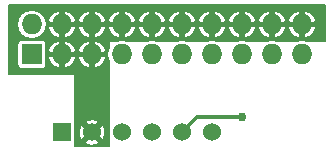
<source format=gbr>
G04 #@! TF.FileFunction,Copper,L2,Bot,Signal*
%FSLAX46Y46*%
G04 Gerber Fmt 4.6, Leading zero omitted, Abs format (unit mm)*
G04 Created by KiCad (PCBNEW 4.0.1-stable) date 6/16/2016 1:06:08 PM*
%MOMM*%
G01*
G04 APERTURE LIST*
%ADD10C,0.100000*%
%ADD11R,1.524000X1.524000*%
%ADD12C,1.524000*%
%ADD13R,1.727200X1.727200*%
%ADD14O,1.727200X1.727200*%
%ADD15C,0.762000*%
%ADD16C,0.304800*%
%ADD17C,0.203200*%
G04 APERTURE END LIST*
D10*
D11*
X8636000Y2032000D03*
D12*
X11176000Y2032000D03*
X13716000Y2032000D03*
X16256000Y2032000D03*
X18796000Y2032000D03*
X21336000Y2032000D03*
D13*
X6096000Y8636000D03*
D14*
X6096000Y11176000D03*
X8636000Y8636000D03*
X8636000Y11176000D03*
X11176000Y8636000D03*
X11176000Y11176000D03*
X13716000Y8636000D03*
X13716000Y11176000D03*
X16256000Y8636000D03*
X16256000Y11176000D03*
X18796000Y8636000D03*
X18796000Y11176000D03*
X21336000Y8636000D03*
X21336000Y11176000D03*
X23876000Y8636000D03*
X23876000Y11176000D03*
X26416000Y8636000D03*
X26416000Y11176000D03*
X28956000Y8636000D03*
X28956000Y11176000D03*
D15*
X23876000Y3302000D03*
D16*
X18796000Y2032000D02*
X20066000Y3302000D01*
X23368000Y3302000D02*
X23876000Y3302000D01*
X20066000Y3302000D02*
X23368000Y3302000D01*
D17*
G36*
X30886400Y9753600D02*
X29459615Y9753600D01*
X29446454Y9762394D01*
X28979886Y9855200D01*
X28932114Y9855200D01*
X28465546Y9762394D01*
X28452385Y9753600D01*
X26919615Y9753600D01*
X26906454Y9762394D01*
X26439886Y9855200D01*
X26392114Y9855200D01*
X25925546Y9762394D01*
X25912385Y9753600D01*
X24379615Y9753600D01*
X24366454Y9762394D01*
X23899886Y9855200D01*
X23852114Y9855200D01*
X23385546Y9762394D01*
X23372385Y9753600D01*
X21839615Y9753600D01*
X21826454Y9762394D01*
X21359886Y9855200D01*
X21312114Y9855200D01*
X20845546Y9762394D01*
X20832385Y9753600D01*
X19299615Y9753600D01*
X19286454Y9762394D01*
X18819886Y9855200D01*
X18772114Y9855200D01*
X18305546Y9762394D01*
X18292385Y9753600D01*
X16759615Y9753600D01*
X16746454Y9762394D01*
X16279886Y9855200D01*
X16232114Y9855200D01*
X15765546Y9762394D01*
X15752385Y9753600D01*
X14219615Y9753600D01*
X14206454Y9762394D01*
X13739886Y9855200D01*
X13692114Y9855200D01*
X13225546Y9762394D01*
X13212385Y9753600D01*
X12700000Y9753600D01*
X12660472Y9745595D01*
X12627172Y9722843D01*
X12605348Y9688927D01*
X12598400Y9652000D01*
X12598400Y9151477D01*
X12565720Y9102568D01*
X12472914Y8636000D01*
X12565720Y8169432D01*
X12598400Y8120523D01*
X12598400Y2032401D01*
X12598207Y1810671D01*
X12598400Y1810204D01*
X12598400Y863600D01*
X9753600Y863600D01*
X9753600Y1189211D01*
X10548738Y1189211D01*
X10635534Y1028833D01*
X11060570Y898367D01*
X11503179Y940487D01*
X11716466Y1028833D01*
X11803262Y1189211D01*
X11176000Y1816474D01*
X10548738Y1189211D01*
X9753600Y1189211D01*
X9753600Y1235601D01*
X9760566Y1270000D01*
X9760566Y2147430D01*
X10042367Y2147430D01*
X10084487Y1704821D01*
X10172833Y1491534D01*
X10333211Y1404738D01*
X10960474Y2032000D01*
X11391526Y2032000D01*
X12018789Y1404738D01*
X12179167Y1491534D01*
X12309633Y1916570D01*
X12267513Y2359179D01*
X12179167Y2572466D01*
X12018789Y2659262D01*
X11391526Y2032000D01*
X10960474Y2032000D01*
X10333211Y2659262D01*
X10172833Y2572466D01*
X10042367Y2147430D01*
X9760566Y2147430D01*
X9760566Y2794000D01*
X9753600Y2831020D01*
X9753600Y2874789D01*
X10548738Y2874789D01*
X11176000Y2247526D01*
X11803262Y2874789D01*
X11716466Y3035167D01*
X11291430Y3165633D01*
X10848821Y3123513D01*
X10635534Y3035167D01*
X10548738Y2874789D01*
X9753600Y2874789D01*
X9753600Y6858000D01*
X9745595Y6897528D01*
X9722843Y6930828D01*
X9688927Y6952652D01*
X9652000Y6959600D01*
X4165600Y6959600D01*
X4165600Y9499600D01*
X4869834Y9499600D01*
X4869834Y7772400D01*
X4894630Y7640623D01*
X4972510Y7519593D01*
X5091342Y7438399D01*
X5232400Y7409834D01*
X6959600Y7409834D01*
X7091377Y7434630D01*
X7212407Y7512510D01*
X7293601Y7631342D01*
X7322166Y7772400D01*
X7322166Y8296247D01*
X7465096Y8296247D01*
X7567792Y8048279D01*
X7874016Y7684231D01*
X8296245Y7465081D01*
X8483600Y7515248D01*
X8483600Y8483600D01*
X8788400Y8483600D01*
X8788400Y7515248D01*
X8975755Y7465081D01*
X9397984Y7684231D01*
X9704208Y8048279D01*
X9806904Y8296247D01*
X10005096Y8296247D01*
X10107792Y8048279D01*
X10414016Y7684231D01*
X10836245Y7465081D01*
X11023600Y7515248D01*
X11023600Y8483600D01*
X11328400Y8483600D01*
X11328400Y7515248D01*
X11515755Y7465081D01*
X11937984Y7684231D01*
X12244208Y8048279D01*
X12346904Y8296247D01*
X12295979Y8483600D01*
X11328400Y8483600D01*
X11023600Y8483600D01*
X10056021Y8483600D01*
X10005096Y8296247D01*
X9806904Y8296247D01*
X9755979Y8483600D01*
X8788400Y8483600D01*
X8483600Y8483600D01*
X7516021Y8483600D01*
X7465096Y8296247D01*
X7322166Y8296247D01*
X7322166Y8975753D01*
X7465096Y8975753D01*
X7516021Y8788400D01*
X8483600Y8788400D01*
X8483600Y9756752D01*
X8788400Y9756752D01*
X8788400Y8788400D01*
X9755979Y8788400D01*
X9806904Y8975753D01*
X10005096Y8975753D01*
X10056021Y8788400D01*
X11023600Y8788400D01*
X11023600Y9756752D01*
X11328400Y9756752D01*
X11328400Y8788400D01*
X12295979Y8788400D01*
X12346904Y8975753D01*
X12244208Y9223721D01*
X11937984Y9587769D01*
X11515755Y9806919D01*
X11328400Y9756752D01*
X11023600Y9756752D01*
X10836245Y9806919D01*
X10414016Y9587769D01*
X10107792Y9223721D01*
X10005096Y8975753D01*
X9806904Y8975753D01*
X9704208Y9223721D01*
X9397984Y9587769D01*
X8975755Y9806919D01*
X8788400Y9756752D01*
X8483600Y9756752D01*
X8296245Y9806919D01*
X7874016Y9587769D01*
X7567792Y9223721D01*
X7465096Y8975753D01*
X7322166Y8975753D01*
X7322166Y9499600D01*
X7297370Y9631377D01*
X7219490Y9752407D01*
X7100658Y9833601D01*
X6959600Y9862166D01*
X5232400Y9862166D01*
X5100623Y9837370D01*
X4979593Y9759490D01*
X4898399Y9640658D01*
X4869834Y9499600D01*
X4165600Y9499600D01*
X4165600Y11176000D01*
X4852914Y11176000D01*
X4945720Y10709432D01*
X5210009Y10313895D01*
X5605546Y10049606D01*
X6072114Y9956800D01*
X6119886Y9956800D01*
X6586454Y10049606D01*
X6981991Y10313895D01*
X7246280Y10709432D01*
X7271505Y10836247D01*
X7465096Y10836247D01*
X7567792Y10588279D01*
X7874016Y10224231D01*
X8296245Y10005081D01*
X8483600Y10055248D01*
X8483600Y11023600D01*
X8788400Y11023600D01*
X8788400Y10055248D01*
X8975755Y10005081D01*
X9397984Y10224231D01*
X9704208Y10588279D01*
X9806904Y10836247D01*
X10005096Y10836247D01*
X10107792Y10588279D01*
X10414016Y10224231D01*
X10836245Y10005081D01*
X11023600Y10055248D01*
X11023600Y11023600D01*
X11328400Y11023600D01*
X11328400Y10055248D01*
X11515755Y10005081D01*
X11937984Y10224231D01*
X12244208Y10588279D01*
X12346904Y10836247D01*
X12545096Y10836247D01*
X12647792Y10588279D01*
X12954016Y10224231D01*
X13376245Y10005081D01*
X13563600Y10055248D01*
X13563600Y11023600D01*
X13868400Y11023600D01*
X13868400Y10055248D01*
X14055755Y10005081D01*
X14477984Y10224231D01*
X14784208Y10588279D01*
X14886904Y10836247D01*
X15085096Y10836247D01*
X15187792Y10588279D01*
X15494016Y10224231D01*
X15916245Y10005081D01*
X16103600Y10055248D01*
X16103600Y11023600D01*
X16408400Y11023600D01*
X16408400Y10055248D01*
X16595755Y10005081D01*
X17017984Y10224231D01*
X17324208Y10588279D01*
X17426904Y10836247D01*
X17625096Y10836247D01*
X17727792Y10588279D01*
X18034016Y10224231D01*
X18456245Y10005081D01*
X18643600Y10055248D01*
X18643600Y11023600D01*
X18948400Y11023600D01*
X18948400Y10055248D01*
X19135755Y10005081D01*
X19557984Y10224231D01*
X19864208Y10588279D01*
X19966904Y10836247D01*
X20165096Y10836247D01*
X20267792Y10588279D01*
X20574016Y10224231D01*
X20996245Y10005081D01*
X21183600Y10055248D01*
X21183600Y11023600D01*
X21488400Y11023600D01*
X21488400Y10055248D01*
X21675755Y10005081D01*
X22097984Y10224231D01*
X22404208Y10588279D01*
X22506904Y10836247D01*
X22705096Y10836247D01*
X22807792Y10588279D01*
X23114016Y10224231D01*
X23536245Y10005081D01*
X23723600Y10055248D01*
X23723600Y11023600D01*
X24028400Y11023600D01*
X24028400Y10055248D01*
X24215755Y10005081D01*
X24637984Y10224231D01*
X24944208Y10588279D01*
X25046904Y10836247D01*
X25245096Y10836247D01*
X25347792Y10588279D01*
X25654016Y10224231D01*
X26076245Y10005081D01*
X26263600Y10055248D01*
X26263600Y11023600D01*
X26568400Y11023600D01*
X26568400Y10055248D01*
X26755755Y10005081D01*
X27177984Y10224231D01*
X27484208Y10588279D01*
X27586904Y10836247D01*
X27785096Y10836247D01*
X27887792Y10588279D01*
X28194016Y10224231D01*
X28616245Y10005081D01*
X28803600Y10055248D01*
X28803600Y11023600D01*
X29108400Y11023600D01*
X29108400Y10055248D01*
X29295755Y10005081D01*
X29717984Y10224231D01*
X30024208Y10588279D01*
X30126904Y10836247D01*
X30075979Y11023600D01*
X29108400Y11023600D01*
X28803600Y11023600D01*
X27836021Y11023600D01*
X27785096Y10836247D01*
X27586904Y10836247D01*
X27535979Y11023600D01*
X26568400Y11023600D01*
X26263600Y11023600D01*
X25296021Y11023600D01*
X25245096Y10836247D01*
X25046904Y10836247D01*
X24995979Y11023600D01*
X24028400Y11023600D01*
X23723600Y11023600D01*
X22756021Y11023600D01*
X22705096Y10836247D01*
X22506904Y10836247D01*
X22455979Y11023600D01*
X21488400Y11023600D01*
X21183600Y11023600D01*
X20216021Y11023600D01*
X20165096Y10836247D01*
X19966904Y10836247D01*
X19915979Y11023600D01*
X18948400Y11023600D01*
X18643600Y11023600D01*
X17676021Y11023600D01*
X17625096Y10836247D01*
X17426904Y10836247D01*
X17375979Y11023600D01*
X16408400Y11023600D01*
X16103600Y11023600D01*
X15136021Y11023600D01*
X15085096Y10836247D01*
X14886904Y10836247D01*
X14835979Y11023600D01*
X13868400Y11023600D01*
X13563600Y11023600D01*
X12596021Y11023600D01*
X12545096Y10836247D01*
X12346904Y10836247D01*
X12295979Y11023600D01*
X11328400Y11023600D01*
X11023600Y11023600D01*
X10056021Y11023600D01*
X10005096Y10836247D01*
X9806904Y10836247D01*
X9755979Y11023600D01*
X8788400Y11023600D01*
X8483600Y11023600D01*
X7516021Y11023600D01*
X7465096Y10836247D01*
X7271505Y10836247D01*
X7339086Y11176000D01*
X7271506Y11515753D01*
X7465096Y11515753D01*
X7516021Y11328400D01*
X8483600Y11328400D01*
X8483600Y12296752D01*
X8788400Y12296752D01*
X8788400Y11328400D01*
X9755979Y11328400D01*
X9806904Y11515753D01*
X10005096Y11515753D01*
X10056021Y11328400D01*
X11023600Y11328400D01*
X11023600Y12296752D01*
X11328400Y12296752D01*
X11328400Y11328400D01*
X12295979Y11328400D01*
X12346904Y11515753D01*
X12545096Y11515753D01*
X12596021Y11328400D01*
X13563600Y11328400D01*
X13563600Y12296752D01*
X13868400Y12296752D01*
X13868400Y11328400D01*
X14835979Y11328400D01*
X14886904Y11515753D01*
X15085096Y11515753D01*
X15136021Y11328400D01*
X16103600Y11328400D01*
X16103600Y12296752D01*
X16408400Y12296752D01*
X16408400Y11328400D01*
X17375979Y11328400D01*
X17426904Y11515753D01*
X17625096Y11515753D01*
X17676021Y11328400D01*
X18643600Y11328400D01*
X18643600Y12296752D01*
X18948400Y12296752D01*
X18948400Y11328400D01*
X19915979Y11328400D01*
X19966904Y11515753D01*
X20165096Y11515753D01*
X20216021Y11328400D01*
X21183600Y11328400D01*
X21183600Y12296752D01*
X21488400Y12296752D01*
X21488400Y11328400D01*
X22455979Y11328400D01*
X22506904Y11515753D01*
X22705096Y11515753D01*
X22756021Y11328400D01*
X23723600Y11328400D01*
X23723600Y12296752D01*
X24028400Y12296752D01*
X24028400Y11328400D01*
X24995979Y11328400D01*
X25046904Y11515753D01*
X25245096Y11515753D01*
X25296021Y11328400D01*
X26263600Y11328400D01*
X26263600Y12296752D01*
X26568400Y12296752D01*
X26568400Y11328400D01*
X27535979Y11328400D01*
X27586904Y11515753D01*
X27785096Y11515753D01*
X27836021Y11328400D01*
X28803600Y11328400D01*
X28803600Y12296752D01*
X29108400Y12296752D01*
X29108400Y11328400D01*
X30075979Y11328400D01*
X30126904Y11515753D01*
X30024208Y11763721D01*
X29717984Y12127769D01*
X29295755Y12346919D01*
X29108400Y12296752D01*
X28803600Y12296752D01*
X28616245Y12346919D01*
X28194016Y12127769D01*
X27887792Y11763721D01*
X27785096Y11515753D01*
X27586904Y11515753D01*
X27484208Y11763721D01*
X27177984Y12127769D01*
X26755755Y12346919D01*
X26568400Y12296752D01*
X26263600Y12296752D01*
X26076245Y12346919D01*
X25654016Y12127769D01*
X25347792Y11763721D01*
X25245096Y11515753D01*
X25046904Y11515753D01*
X24944208Y11763721D01*
X24637984Y12127769D01*
X24215755Y12346919D01*
X24028400Y12296752D01*
X23723600Y12296752D01*
X23536245Y12346919D01*
X23114016Y12127769D01*
X22807792Y11763721D01*
X22705096Y11515753D01*
X22506904Y11515753D01*
X22404208Y11763721D01*
X22097984Y12127769D01*
X21675755Y12346919D01*
X21488400Y12296752D01*
X21183600Y12296752D01*
X20996245Y12346919D01*
X20574016Y12127769D01*
X20267792Y11763721D01*
X20165096Y11515753D01*
X19966904Y11515753D01*
X19864208Y11763721D01*
X19557984Y12127769D01*
X19135755Y12346919D01*
X18948400Y12296752D01*
X18643600Y12296752D01*
X18456245Y12346919D01*
X18034016Y12127769D01*
X17727792Y11763721D01*
X17625096Y11515753D01*
X17426904Y11515753D01*
X17324208Y11763721D01*
X17017984Y12127769D01*
X16595755Y12346919D01*
X16408400Y12296752D01*
X16103600Y12296752D01*
X15916245Y12346919D01*
X15494016Y12127769D01*
X15187792Y11763721D01*
X15085096Y11515753D01*
X14886904Y11515753D01*
X14784208Y11763721D01*
X14477984Y12127769D01*
X14055755Y12346919D01*
X13868400Y12296752D01*
X13563600Y12296752D01*
X13376245Y12346919D01*
X12954016Y12127769D01*
X12647792Y11763721D01*
X12545096Y11515753D01*
X12346904Y11515753D01*
X12244208Y11763721D01*
X11937984Y12127769D01*
X11515755Y12346919D01*
X11328400Y12296752D01*
X11023600Y12296752D01*
X10836245Y12346919D01*
X10414016Y12127769D01*
X10107792Y11763721D01*
X10005096Y11515753D01*
X9806904Y11515753D01*
X9704208Y11763721D01*
X9397984Y12127769D01*
X8975755Y12346919D01*
X8788400Y12296752D01*
X8483600Y12296752D01*
X8296245Y12346919D01*
X7874016Y12127769D01*
X7567792Y11763721D01*
X7465096Y11515753D01*
X7271506Y11515753D01*
X7246280Y11642568D01*
X6981991Y12038105D01*
X6586454Y12302394D01*
X6119886Y12395200D01*
X6072114Y12395200D01*
X5605546Y12302394D01*
X5210009Y12038105D01*
X4945720Y11642568D01*
X4852914Y11176000D01*
X4165600Y11176000D01*
X4165600Y12852400D01*
X30886400Y12852400D01*
X30886400Y9753600D01*
X30886400Y9753600D01*
G37*
X30886400Y9753600D02*
X29459615Y9753600D01*
X29446454Y9762394D01*
X28979886Y9855200D01*
X28932114Y9855200D01*
X28465546Y9762394D01*
X28452385Y9753600D01*
X26919615Y9753600D01*
X26906454Y9762394D01*
X26439886Y9855200D01*
X26392114Y9855200D01*
X25925546Y9762394D01*
X25912385Y9753600D01*
X24379615Y9753600D01*
X24366454Y9762394D01*
X23899886Y9855200D01*
X23852114Y9855200D01*
X23385546Y9762394D01*
X23372385Y9753600D01*
X21839615Y9753600D01*
X21826454Y9762394D01*
X21359886Y9855200D01*
X21312114Y9855200D01*
X20845546Y9762394D01*
X20832385Y9753600D01*
X19299615Y9753600D01*
X19286454Y9762394D01*
X18819886Y9855200D01*
X18772114Y9855200D01*
X18305546Y9762394D01*
X18292385Y9753600D01*
X16759615Y9753600D01*
X16746454Y9762394D01*
X16279886Y9855200D01*
X16232114Y9855200D01*
X15765546Y9762394D01*
X15752385Y9753600D01*
X14219615Y9753600D01*
X14206454Y9762394D01*
X13739886Y9855200D01*
X13692114Y9855200D01*
X13225546Y9762394D01*
X13212385Y9753600D01*
X12700000Y9753600D01*
X12660472Y9745595D01*
X12627172Y9722843D01*
X12605348Y9688927D01*
X12598400Y9652000D01*
X12598400Y9151477D01*
X12565720Y9102568D01*
X12472914Y8636000D01*
X12565720Y8169432D01*
X12598400Y8120523D01*
X12598400Y2032401D01*
X12598207Y1810671D01*
X12598400Y1810204D01*
X12598400Y863600D01*
X9753600Y863600D01*
X9753600Y1189211D01*
X10548738Y1189211D01*
X10635534Y1028833D01*
X11060570Y898367D01*
X11503179Y940487D01*
X11716466Y1028833D01*
X11803262Y1189211D01*
X11176000Y1816474D01*
X10548738Y1189211D01*
X9753600Y1189211D01*
X9753600Y1235601D01*
X9760566Y1270000D01*
X9760566Y2147430D01*
X10042367Y2147430D01*
X10084487Y1704821D01*
X10172833Y1491534D01*
X10333211Y1404738D01*
X10960474Y2032000D01*
X11391526Y2032000D01*
X12018789Y1404738D01*
X12179167Y1491534D01*
X12309633Y1916570D01*
X12267513Y2359179D01*
X12179167Y2572466D01*
X12018789Y2659262D01*
X11391526Y2032000D01*
X10960474Y2032000D01*
X10333211Y2659262D01*
X10172833Y2572466D01*
X10042367Y2147430D01*
X9760566Y2147430D01*
X9760566Y2794000D01*
X9753600Y2831020D01*
X9753600Y2874789D01*
X10548738Y2874789D01*
X11176000Y2247526D01*
X11803262Y2874789D01*
X11716466Y3035167D01*
X11291430Y3165633D01*
X10848821Y3123513D01*
X10635534Y3035167D01*
X10548738Y2874789D01*
X9753600Y2874789D01*
X9753600Y6858000D01*
X9745595Y6897528D01*
X9722843Y6930828D01*
X9688927Y6952652D01*
X9652000Y6959600D01*
X4165600Y6959600D01*
X4165600Y9499600D01*
X4869834Y9499600D01*
X4869834Y7772400D01*
X4894630Y7640623D01*
X4972510Y7519593D01*
X5091342Y7438399D01*
X5232400Y7409834D01*
X6959600Y7409834D01*
X7091377Y7434630D01*
X7212407Y7512510D01*
X7293601Y7631342D01*
X7322166Y7772400D01*
X7322166Y8296247D01*
X7465096Y8296247D01*
X7567792Y8048279D01*
X7874016Y7684231D01*
X8296245Y7465081D01*
X8483600Y7515248D01*
X8483600Y8483600D01*
X8788400Y8483600D01*
X8788400Y7515248D01*
X8975755Y7465081D01*
X9397984Y7684231D01*
X9704208Y8048279D01*
X9806904Y8296247D01*
X10005096Y8296247D01*
X10107792Y8048279D01*
X10414016Y7684231D01*
X10836245Y7465081D01*
X11023600Y7515248D01*
X11023600Y8483600D01*
X11328400Y8483600D01*
X11328400Y7515248D01*
X11515755Y7465081D01*
X11937984Y7684231D01*
X12244208Y8048279D01*
X12346904Y8296247D01*
X12295979Y8483600D01*
X11328400Y8483600D01*
X11023600Y8483600D01*
X10056021Y8483600D01*
X10005096Y8296247D01*
X9806904Y8296247D01*
X9755979Y8483600D01*
X8788400Y8483600D01*
X8483600Y8483600D01*
X7516021Y8483600D01*
X7465096Y8296247D01*
X7322166Y8296247D01*
X7322166Y8975753D01*
X7465096Y8975753D01*
X7516021Y8788400D01*
X8483600Y8788400D01*
X8483600Y9756752D01*
X8788400Y9756752D01*
X8788400Y8788400D01*
X9755979Y8788400D01*
X9806904Y8975753D01*
X10005096Y8975753D01*
X10056021Y8788400D01*
X11023600Y8788400D01*
X11023600Y9756752D01*
X11328400Y9756752D01*
X11328400Y8788400D01*
X12295979Y8788400D01*
X12346904Y8975753D01*
X12244208Y9223721D01*
X11937984Y9587769D01*
X11515755Y9806919D01*
X11328400Y9756752D01*
X11023600Y9756752D01*
X10836245Y9806919D01*
X10414016Y9587769D01*
X10107792Y9223721D01*
X10005096Y8975753D01*
X9806904Y8975753D01*
X9704208Y9223721D01*
X9397984Y9587769D01*
X8975755Y9806919D01*
X8788400Y9756752D01*
X8483600Y9756752D01*
X8296245Y9806919D01*
X7874016Y9587769D01*
X7567792Y9223721D01*
X7465096Y8975753D01*
X7322166Y8975753D01*
X7322166Y9499600D01*
X7297370Y9631377D01*
X7219490Y9752407D01*
X7100658Y9833601D01*
X6959600Y9862166D01*
X5232400Y9862166D01*
X5100623Y9837370D01*
X4979593Y9759490D01*
X4898399Y9640658D01*
X4869834Y9499600D01*
X4165600Y9499600D01*
X4165600Y11176000D01*
X4852914Y11176000D01*
X4945720Y10709432D01*
X5210009Y10313895D01*
X5605546Y10049606D01*
X6072114Y9956800D01*
X6119886Y9956800D01*
X6586454Y10049606D01*
X6981991Y10313895D01*
X7246280Y10709432D01*
X7271505Y10836247D01*
X7465096Y10836247D01*
X7567792Y10588279D01*
X7874016Y10224231D01*
X8296245Y10005081D01*
X8483600Y10055248D01*
X8483600Y11023600D01*
X8788400Y11023600D01*
X8788400Y10055248D01*
X8975755Y10005081D01*
X9397984Y10224231D01*
X9704208Y10588279D01*
X9806904Y10836247D01*
X10005096Y10836247D01*
X10107792Y10588279D01*
X10414016Y10224231D01*
X10836245Y10005081D01*
X11023600Y10055248D01*
X11023600Y11023600D01*
X11328400Y11023600D01*
X11328400Y10055248D01*
X11515755Y10005081D01*
X11937984Y10224231D01*
X12244208Y10588279D01*
X12346904Y10836247D01*
X12545096Y10836247D01*
X12647792Y10588279D01*
X12954016Y10224231D01*
X13376245Y10005081D01*
X13563600Y10055248D01*
X13563600Y11023600D01*
X13868400Y11023600D01*
X13868400Y10055248D01*
X14055755Y10005081D01*
X14477984Y10224231D01*
X14784208Y10588279D01*
X14886904Y10836247D01*
X15085096Y10836247D01*
X15187792Y10588279D01*
X15494016Y10224231D01*
X15916245Y10005081D01*
X16103600Y10055248D01*
X16103600Y11023600D01*
X16408400Y11023600D01*
X16408400Y10055248D01*
X16595755Y10005081D01*
X17017984Y10224231D01*
X17324208Y10588279D01*
X17426904Y10836247D01*
X17625096Y10836247D01*
X17727792Y10588279D01*
X18034016Y10224231D01*
X18456245Y10005081D01*
X18643600Y10055248D01*
X18643600Y11023600D01*
X18948400Y11023600D01*
X18948400Y10055248D01*
X19135755Y10005081D01*
X19557984Y10224231D01*
X19864208Y10588279D01*
X19966904Y10836247D01*
X20165096Y10836247D01*
X20267792Y10588279D01*
X20574016Y10224231D01*
X20996245Y10005081D01*
X21183600Y10055248D01*
X21183600Y11023600D01*
X21488400Y11023600D01*
X21488400Y10055248D01*
X21675755Y10005081D01*
X22097984Y10224231D01*
X22404208Y10588279D01*
X22506904Y10836247D01*
X22705096Y10836247D01*
X22807792Y10588279D01*
X23114016Y10224231D01*
X23536245Y10005081D01*
X23723600Y10055248D01*
X23723600Y11023600D01*
X24028400Y11023600D01*
X24028400Y10055248D01*
X24215755Y10005081D01*
X24637984Y10224231D01*
X24944208Y10588279D01*
X25046904Y10836247D01*
X25245096Y10836247D01*
X25347792Y10588279D01*
X25654016Y10224231D01*
X26076245Y10005081D01*
X26263600Y10055248D01*
X26263600Y11023600D01*
X26568400Y11023600D01*
X26568400Y10055248D01*
X26755755Y10005081D01*
X27177984Y10224231D01*
X27484208Y10588279D01*
X27586904Y10836247D01*
X27785096Y10836247D01*
X27887792Y10588279D01*
X28194016Y10224231D01*
X28616245Y10005081D01*
X28803600Y10055248D01*
X28803600Y11023600D01*
X29108400Y11023600D01*
X29108400Y10055248D01*
X29295755Y10005081D01*
X29717984Y10224231D01*
X30024208Y10588279D01*
X30126904Y10836247D01*
X30075979Y11023600D01*
X29108400Y11023600D01*
X28803600Y11023600D01*
X27836021Y11023600D01*
X27785096Y10836247D01*
X27586904Y10836247D01*
X27535979Y11023600D01*
X26568400Y11023600D01*
X26263600Y11023600D01*
X25296021Y11023600D01*
X25245096Y10836247D01*
X25046904Y10836247D01*
X24995979Y11023600D01*
X24028400Y11023600D01*
X23723600Y11023600D01*
X22756021Y11023600D01*
X22705096Y10836247D01*
X22506904Y10836247D01*
X22455979Y11023600D01*
X21488400Y11023600D01*
X21183600Y11023600D01*
X20216021Y11023600D01*
X20165096Y10836247D01*
X19966904Y10836247D01*
X19915979Y11023600D01*
X18948400Y11023600D01*
X18643600Y11023600D01*
X17676021Y11023600D01*
X17625096Y10836247D01*
X17426904Y10836247D01*
X17375979Y11023600D01*
X16408400Y11023600D01*
X16103600Y11023600D01*
X15136021Y11023600D01*
X15085096Y10836247D01*
X14886904Y10836247D01*
X14835979Y11023600D01*
X13868400Y11023600D01*
X13563600Y11023600D01*
X12596021Y11023600D01*
X12545096Y10836247D01*
X12346904Y10836247D01*
X12295979Y11023600D01*
X11328400Y11023600D01*
X11023600Y11023600D01*
X10056021Y11023600D01*
X10005096Y10836247D01*
X9806904Y10836247D01*
X9755979Y11023600D01*
X8788400Y11023600D01*
X8483600Y11023600D01*
X7516021Y11023600D01*
X7465096Y10836247D01*
X7271505Y10836247D01*
X7339086Y11176000D01*
X7271506Y11515753D01*
X7465096Y11515753D01*
X7516021Y11328400D01*
X8483600Y11328400D01*
X8483600Y12296752D01*
X8788400Y12296752D01*
X8788400Y11328400D01*
X9755979Y11328400D01*
X9806904Y11515753D01*
X10005096Y11515753D01*
X10056021Y11328400D01*
X11023600Y11328400D01*
X11023600Y12296752D01*
X11328400Y12296752D01*
X11328400Y11328400D01*
X12295979Y11328400D01*
X12346904Y11515753D01*
X12545096Y11515753D01*
X12596021Y11328400D01*
X13563600Y11328400D01*
X13563600Y12296752D01*
X13868400Y12296752D01*
X13868400Y11328400D01*
X14835979Y11328400D01*
X14886904Y11515753D01*
X15085096Y11515753D01*
X15136021Y11328400D01*
X16103600Y11328400D01*
X16103600Y12296752D01*
X16408400Y12296752D01*
X16408400Y11328400D01*
X17375979Y11328400D01*
X17426904Y11515753D01*
X17625096Y11515753D01*
X17676021Y11328400D01*
X18643600Y11328400D01*
X18643600Y12296752D01*
X18948400Y12296752D01*
X18948400Y11328400D01*
X19915979Y11328400D01*
X19966904Y11515753D01*
X20165096Y11515753D01*
X20216021Y11328400D01*
X21183600Y11328400D01*
X21183600Y12296752D01*
X21488400Y12296752D01*
X21488400Y11328400D01*
X22455979Y11328400D01*
X22506904Y11515753D01*
X22705096Y11515753D01*
X22756021Y11328400D01*
X23723600Y11328400D01*
X23723600Y12296752D01*
X24028400Y12296752D01*
X24028400Y11328400D01*
X24995979Y11328400D01*
X25046904Y11515753D01*
X25245096Y11515753D01*
X25296021Y11328400D01*
X26263600Y11328400D01*
X26263600Y12296752D01*
X26568400Y12296752D01*
X26568400Y11328400D01*
X27535979Y11328400D01*
X27586904Y11515753D01*
X27785096Y11515753D01*
X27836021Y11328400D01*
X28803600Y11328400D01*
X28803600Y12296752D01*
X29108400Y12296752D01*
X29108400Y11328400D01*
X30075979Y11328400D01*
X30126904Y11515753D01*
X30024208Y11763721D01*
X29717984Y12127769D01*
X29295755Y12346919D01*
X29108400Y12296752D01*
X28803600Y12296752D01*
X28616245Y12346919D01*
X28194016Y12127769D01*
X27887792Y11763721D01*
X27785096Y11515753D01*
X27586904Y11515753D01*
X27484208Y11763721D01*
X27177984Y12127769D01*
X26755755Y12346919D01*
X26568400Y12296752D01*
X26263600Y12296752D01*
X26076245Y12346919D01*
X25654016Y12127769D01*
X25347792Y11763721D01*
X25245096Y11515753D01*
X25046904Y11515753D01*
X24944208Y11763721D01*
X24637984Y12127769D01*
X24215755Y12346919D01*
X24028400Y12296752D01*
X23723600Y12296752D01*
X23536245Y12346919D01*
X23114016Y12127769D01*
X22807792Y11763721D01*
X22705096Y11515753D01*
X22506904Y11515753D01*
X22404208Y11763721D01*
X22097984Y12127769D01*
X21675755Y12346919D01*
X21488400Y12296752D01*
X21183600Y12296752D01*
X20996245Y12346919D01*
X20574016Y12127769D01*
X20267792Y11763721D01*
X20165096Y11515753D01*
X19966904Y11515753D01*
X19864208Y11763721D01*
X19557984Y12127769D01*
X19135755Y12346919D01*
X18948400Y12296752D01*
X18643600Y12296752D01*
X18456245Y12346919D01*
X18034016Y12127769D01*
X17727792Y11763721D01*
X17625096Y11515753D01*
X17426904Y11515753D01*
X17324208Y11763721D01*
X17017984Y12127769D01*
X16595755Y12346919D01*
X16408400Y12296752D01*
X16103600Y12296752D01*
X15916245Y12346919D01*
X15494016Y12127769D01*
X15187792Y11763721D01*
X15085096Y11515753D01*
X14886904Y11515753D01*
X14784208Y11763721D01*
X14477984Y12127769D01*
X14055755Y12346919D01*
X13868400Y12296752D01*
X13563600Y12296752D01*
X13376245Y12346919D01*
X12954016Y12127769D01*
X12647792Y11763721D01*
X12545096Y11515753D01*
X12346904Y11515753D01*
X12244208Y11763721D01*
X11937984Y12127769D01*
X11515755Y12346919D01*
X11328400Y12296752D01*
X11023600Y12296752D01*
X10836245Y12346919D01*
X10414016Y12127769D01*
X10107792Y11763721D01*
X10005096Y11515753D01*
X9806904Y11515753D01*
X9704208Y11763721D01*
X9397984Y12127769D01*
X8975755Y12346919D01*
X8788400Y12296752D01*
X8483600Y12296752D01*
X8296245Y12346919D01*
X7874016Y12127769D01*
X7567792Y11763721D01*
X7465096Y11515753D01*
X7271506Y11515753D01*
X7246280Y11642568D01*
X6981991Y12038105D01*
X6586454Y12302394D01*
X6119886Y12395200D01*
X6072114Y12395200D01*
X5605546Y12302394D01*
X5210009Y12038105D01*
X4945720Y11642568D01*
X4852914Y11176000D01*
X4165600Y11176000D01*
X4165600Y12852400D01*
X30886400Y12852400D01*
X30886400Y9753600D01*
M02*

</source>
